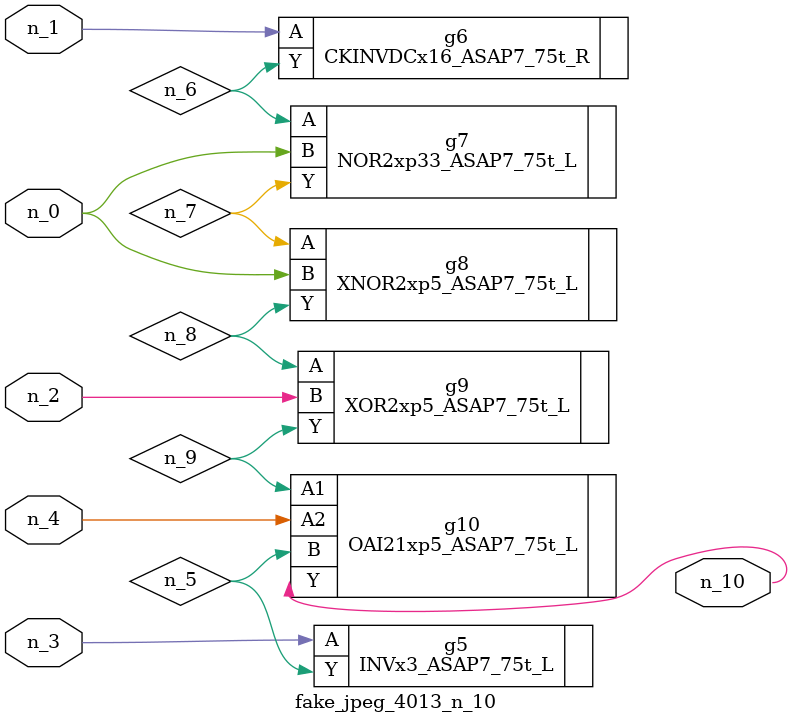
<source format=v>
module fake_jpeg_4013_n_10 (n_3, n_2, n_1, n_0, n_4, n_10);

input n_3;
input n_2;
input n_1;
input n_0;
input n_4;

output n_10;

wire n_8;
wire n_9;
wire n_6;
wire n_5;
wire n_7;

INVx3_ASAP7_75t_L g5 ( 
.A(n_3),
.Y(n_5)
);

CKINVDCx16_ASAP7_75t_R g6 ( 
.A(n_1),
.Y(n_6)
);

NOR2xp33_ASAP7_75t_L g7 ( 
.A(n_6),
.B(n_0),
.Y(n_7)
);

XNOR2xp5_ASAP7_75t_L g8 ( 
.A(n_7),
.B(n_0),
.Y(n_8)
);

XOR2xp5_ASAP7_75t_L g9 ( 
.A(n_8),
.B(n_2),
.Y(n_9)
);

OAI21xp5_ASAP7_75t_L g10 ( 
.A1(n_9),
.A2(n_4),
.B(n_5),
.Y(n_10)
);


endmodule
</source>
